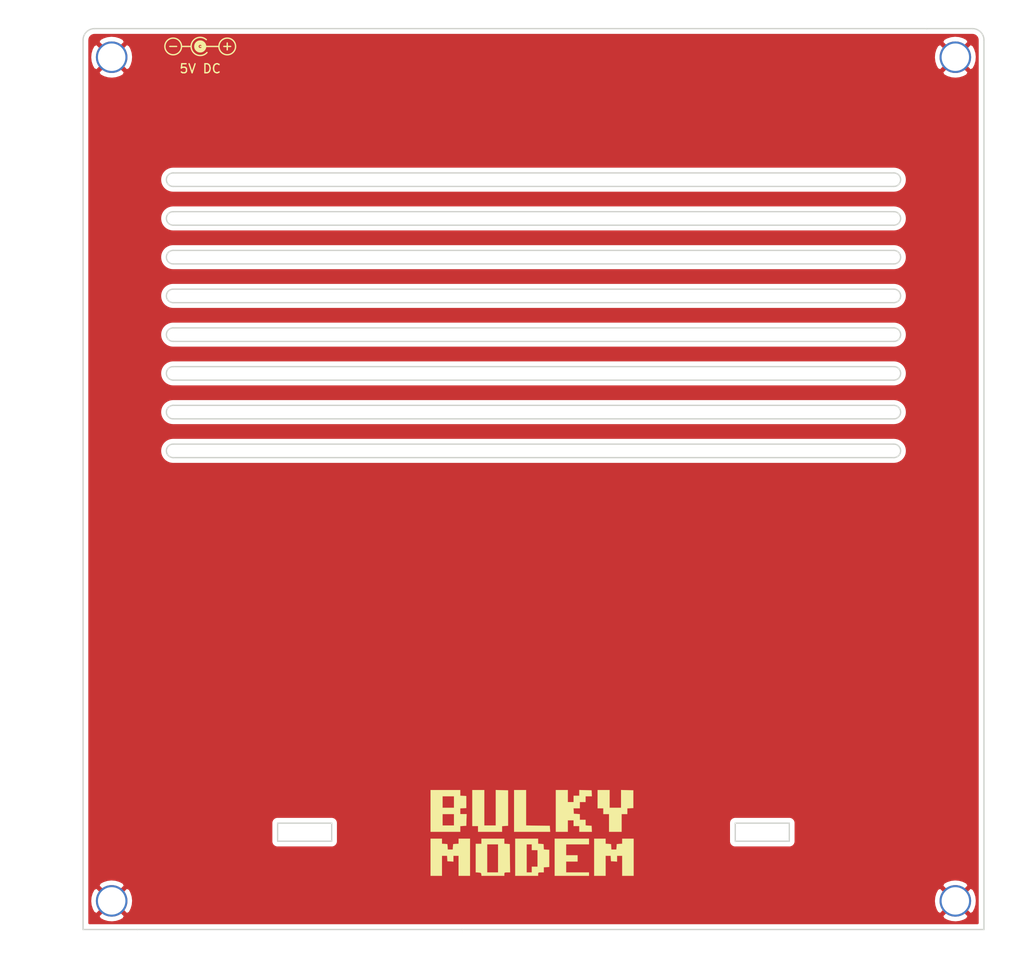
<source format=kicad_pcb>
(kicad_pcb (version 20171130) (host pcbnew "(5.1.8)-1")

  (general
    (thickness 1.6)
    (drawings 50)
    (tracks 0)
    (zones 0)
    (modules 6)
    (nets 2)
  )

  (page A4)
  (layers
    (0 F.Cu signal)
    (31 B.Cu signal)
    (32 B.Adhes user)
    (33 F.Adhes user)
    (34 B.Paste user)
    (35 F.Paste user)
    (36 B.SilkS user)
    (37 F.SilkS user)
    (38 B.Mask user)
    (39 F.Mask user)
    (40 Dwgs.User user)
    (41 Cmts.User user)
    (42 Eco1.User user)
    (43 Eco2.User user)
    (44 Edge.Cuts user)
    (45 Margin user)
    (46 B.CrtYd user)
    (47 F.CrtYd user)
    (48 B.Fab user)
    (49 F.Fab user)
  )

  (setup
    (last_trace_width 0.25)
    (user_trace_width 0.381)
    (trace_clearance 0.2)
    (zone_clearance 0.508)
    (zone_45_only no)
    (trace_min 0.2)
    (via_size 0.6)
    (via_drill 0.4)
    (via_min_size 0.4)
    (via_min_drill 0.3)
    (user_via 1 0.4)
    (uvia_size 0.3)
    (uvia_drill 0.1)
    (uvias_allowed no)
    (uvia_min_size 0.2)
    (uvia_min_drill 0.1)
    (edge_width 0.15)
    (segment_width 0.2)
    (pcb_text_width 0.3)
    (pcb_text_size 1.5 1.5)
    (mod_edge_width 0.15)
    (mod_text_size 1 1)
    (mod_text_width 0.15)
    (pad_size 1.524 1.524)
    (pad_drill 0.762)
    (pad_to_mask_clearance 0)
    (aux_axis_origin 0 0)
    (visible_elements 7FFFFFFF)
    (pcbplotparams
      (layerselection 0x011fc_ffffffff)
      (usegerberextensions true)
      (usegerberattributes false)
      (usegerberadvancedattributes false)
      (creategerberjobfile false)
      (excludeedgelayer true)
      (linewidth 0.100000)
      (plotframeref false)
      (viasonmask false)
      (mode 1)
      (useauxorigin false)
      (hpglpennumber 1)
      (hpglpenspeed 20)
      (hpglpendiameter 15.000000)
      (psnegative false)
      (psa4output false)
      (plotreference true)
      (plotvalue true)
      (plotinvisibletext false)
      (padsonsilk false)
      (subtractmaskfromsilk false)
      (outputformat 1)
      (mirror false)
      (drillshape 0)
      (scaleselection 1)
      (outputdirectory "export/"))
  )

  (net 0 "")
  (net 1 "Net-(M1-Pad1)")

  (net_class Default "This is the default net class."
    (clearance 0.2)
    (trace_width 0.25)
    (via_dia 0.6)
    (via_drill 0.4)
    (uvia_dia 0.3)
    (uvia_drill 0.1)
    (add_net "Net-(M1-Pad1)")
  )

  (net_class Power ""
    (clearance 0.381)
    (trace_width 0.381)
    (via_dia 1)
    (via_drill 0.4)
    (uvia_dia 0.3)
    (uvia_drill 0.1)
  )

  (module artwork:BulkyModem (layer F.Cu) (tedit 0) (tstamp 64351112)
    (at 120.18 143.891)
    (fp_text reference G*** (at 0 0) (layer F.SilkS) hide
      (effects (font (size 1.524 1.524) (thickness 0.3)))
    )
    (fp_text value LOGO (at 0.75 0) (layer F.SilkS) hide
      (effects (font (size 1.524 1.524) (thickness 0.3)))
    )
    (fp_poly (pts (xy -10.16 0.91727) (xy -10.160001 1.199541) (xy -9.858375 1.218895) (xy -9.55675 1.23825)
      (xy -9.518042 1.8415) (xy -9.23925 1.8415) (xy -8.960459 1.841499) (xy -8.941105 1.539875)
      (xy -8.92175 1.23825) (xy -8.620125 1.218895) (xy -8.3185 1.199541) (xy -8.3185 0.635)
      (xy -7.0485 0.635) (xy -7.0485 4.7625) (xy -8.3185 4.7625) (xy -8.3185 2.54)
      (xy -8.89 2.54) (xy -8.89 3.181636) (xy -9.55675 3.14325) (xy -9.576105 2.841625)
      (xy -9.595459 2.54) (xy -10.16 2.54) (xy -10.16 4.7625) (xy -11.43 4.7625)
      (xy -11.43 0.635) (xy -10.16 0.635) (xy -10.16 0.91727)) (layer F.SilkS) (width 0.01))
    (fp_poly (pts (xy -3.2385 1.199541) (xy -2.936875 1.218895) (xy -2.63525 1.23825) (xy -2.601282 4.3815)
      (xy -2.919891 4.3815) (xy -3.108261 4.385622) (xy -3.202347 4.411026) (xy -3.234854 4.477267)
      (xy -3.2385 4.572) (xy -3.2385 4.7625) (xy -5.770065 4.7625) (xy -5.790158 4.587875)
      (xy -5.814419 4.481041) (xy -5.878841 4.42586) (xy -6.019147 4.400792) (xy -6.111875 4.393895)
      (xy -6.4135 4.374541) (xy -6.4135 1.27) (xy -5.1435 1.27) (xy -5.1435 4.3815)
      (xy -3.937 4.3815) (xy -3.937 1.27) (xy -5.1435 1.27) (xy -6.4135 1.27)
      (xy -6.4135 1.2065) (xy -5.7785 1.2065) (xy -5.7785 0.635) (xy -3.2385 0.635)
      (xy -3.2385 1.199541)) (layer F.SilkS) (width 0.01))
    (fp_poly (pts (xy 0.508 1.199541) (xy 0.809625 1.218895) (xy 1.11125 1.23825) (xy 1.130467 1.536532)
      (xy 1.149685 1.834814) (xy 1.447967 1.854032) (xy 1.74625 1.87325) (xy 1.74625 3.77825)
      (xy 1.143 3.816958) (xy 1.143 4.3815) (xy 0.8255 4.3815) (xy 0.637547 4.385661)
      (xy 0.543822 4.411252) (xy 0.511565 4.477926) (xy 0.508 4.572) (xy 0.508 4.7625)
      (xy -2.032 4.7625) (xy -2.032 1.27) (xy -0.762 1.27) (xy -0.762 4.3815)
      (xy -0.1905 4.3815) (xy -0.1905 3.7465) (xy 0.4445 3.7465) (xy 0.4445 1.905)
      (xy -0.1905 1.905) (xy -0.1905 1.27) (xy -0.762 1.27) (xy -2.032 1.27)
      (xy -2.032 0.635) (xy 0.508 0.635) (xy 0.508 1.199541)) (layer F.SilkS) (width 0.01))
    (fp_poly (pts (xy 6.1595 1.27) (xy 3.6195 1.27) (xy 3.6195 2.4765) (xy 4.8895 2.4765)
      (xy 4.8895 3.175) (xy 3.6195 3.175) (xy 3.6195 4.3815) (xy 6.1595 4.3815)
      (xy 6.1595 4.7625) (xy 2.3495 4.7625) (xy 2.3495 0.635) (xy 6.1595 0.635)
      (xy 6.1595 1.27)) (layer F.SilkS) (width 0.01))
    (fp_poly (pts (xy 8.001 1.199541) (xy 8.302625 1.218895) (xy 8.60425 1.23825) (xy 8.642958 1.8415)
      (xy 8.92175 1.8415) (xy 9.200541 1.841499) (xy 9.219895 1.539875) (xy 9.23925 1.23825)
      (xy 9.540875 1.218895) (xy 9.8425 1.199541) (xy 9.8425 0.635) (xy 11.1125 0.635)
      (xy 11.1125 4.7625) (xy 9.8425 4.7625) (xy 9.8425 2.54) (xy 9.271 2.54)
      (xy 9.271 3.181636) (xy 8.60425 3.14325) (xy 8.584895 2.841625) (xy 8.565541 2.54)
      (xy 8.001 2.54) (xy 8.001 4.7625) (xy 6.731 4.7625) (xy 6.731 0.635)
      (xy 8.001 0.635) (xy 8.001 1.199541)) (layer F.SilkS) (width 0.01))
    (fp_poly (pts (xy -8.128 -4.448319) (xy -8.128001 -4.134137) (xy -7.794625 -4.114944) (xy -7.46125 -4.09575)
      (xy -7.46125 -2.76225) (xy -8.128 -2.723864) (xy -8.128 -2.0955) (xy -7.425058 -2.0955)
      (xy -7.46125 -0.79375) (xy -8.128 -0.755364) (xy -8.128 -0.127) (xy -11.43 -0.127)
      (xy -11.43 -2.0955) (xy -10.0965 -2.0955) (xy -10.0965 -0.8255) (xy -8.8265 -0.8255)
      (xy -8.8265 -2.0955) (xy -10.0965 -2.0955) (xy -11.43 -2.0955) (xy -11.43 -4.064)
      (xy -10.0965 -4.064) (xy -10.0965 -2.794) (xy -8.8265 -2.794) (xy -8.8265 -4.064)
      (xy -10.0965 -4.064) (xy -11.43 -4.064) (xy -11.43 -4.7625) (xy -8.128 -4.7625)
      (xy -8.128 -4.448319)) (layer F.SilkS) (width 0.01))
    (fp_poly (pts (xy -3.508375 -4.748774) (xy -2.82575 -4.73075) (xy -2.82575 -0.79375) (xy -3.4925 -0.755364)
      (xy -3.4925 -0.127) (xy -6.1595 -0.127) (xy -6.1595 -0.762) (xy -6.7945 -0.762)
      (xy -6.7945 -4.7625) (xy -5.461 -4.7625) (xy -5.461 -0.8255) (xy -4.191 -0.8255)
      (xy -4.191 -4.766796) (xy -3.508375 -4.748774)) (layer F.SilkS) (width 0.01))
    (fp_poly (pts (xy -0.8255 -0.828077) (xy 0.492125 -0.810914) (xy 1.80975 -0.79375) (xy 1.848136 -0.127)
      (xy -2.159 -0.127) (xy -2.159 -4.7625) (xy -0.8255 -4.7625) (xy -0.8255 -0.828077)) (layer F.SilkS) (width 0.01))
    (fp_poly (pts (xy 5.762625 -4.748774) (xy 6.44525 -4.73075) (xy 6.483636 -4.064) (xy 5.7785 -4.064)
      (xy 5.7785 -3.429) (xy 5.1435 -3.429) (xy 5.1435 -2.7305) (xy 4.79077 -2.730501)
      (xy 4.438041 -2.730501) (xy 4.457395 -2.428875) (xy 4.47675 -2.12725) (xy 5.1435 -2.088864)
      (xy 5.1435 -1.4605) (xy 5.7785 -1.4605) (xy 5.7785 -0.832137) (xy 6.111875 -0.812944)
      (xy 6.44525 -0.79375) (xy 6.483636 -0.127) (xy 5.08 -0.127) (xy 5.08 -0.762)
      (xy 4.445 -0.762) (xy 4.445 -1.397) (xy 3.81 -1.397) (xy 3.81 -0.127)
      (xy 2.4765 -0.127) (xy 2.4765 -4.7625) (xy 3.81 -4.7625) (xy 3.81 -3.429)
      (xy 4.445 -3.429) (xy 4.445 -4.1275) (xy 5.08 -4.1275) (xy 5.08 -4.766796)
      (xy 5.762625 -4.748774)) (layer F.SilkS) (width 0.01))
    (fp_poly (pts (xy 10.398125 -4.748774) (xy 11.08075 -4.73075) (xy 11.08075 -2.76225) (xy 10.414 -2.723864)
      (xy 10.414 -2.0955) (xy 9.779 -2.0955) (xy 9.779 -0.127) (xy 8.382 -0.127)
      (xy 8.382 -2.0955) (xy 7.747 -2.0955) (xy 7.747 -2.7305) (xy 7.112 -2.7305)
      (xy 7.112 -4.7625) (xy 8.4455 -4.7625) (xy 8.4455 -2.794) (xy 9.7155 -2.794)
      (xy 9.7155 -4.766796) (xy 10.398125 -4.748774)) (layer F.SilkS) (width 0.01))
  )

  (module BulkyModem:PWR_Specification_Single locked (layer F.Cu) (tedit 641BA229) (tstamp 6201EBE7)
    (at 83.185 56.515)
    (descr "Barrel connector polarity indicator")
    (tags "barrel polarity")
    (attr virtual)
    (fp_text reference REF** (at 0 -2) (layer F.SilkS) hide
      (effects (font (size 1 1) (thickness 0.15)))
    )
    (fp_text value PWR_Spec (at 0 2) (layer F.Fab)
      (effects (font (size 1 1) (thickness 0.15)))
    )
    (fp_text user - (at -3 0) (layer F.SilkS)
      (effects (font (size 1 1) (thickness 0.15)))
    )
    (fp_text user + (at 3 0) (layer F.SilkS)
      (effects (font (size 1 1) (thickness 0.15)))
    )
    (fp_arc (start 0 0.075) (end 0.75 0.75) (angle 270) (layer F.SilkS) (width 0.15))
    (fp_circle (center 0 0.075) (end 0 0.25) (layer F.SilkS) (width 0.5))
    (fp_circle (center 3 0.075) (end 3 1) (layer F.SilkS) (width 0.15))
    (fp_circle (center -3 0.075) (end -3 1) (layer F.SilkS) (width 0.15))
    (fp_line (start -2 0.075) (end -1.1 0.075) (layer F.SilkS) (width 0.15))
    (fp_line (start 0 0.075) (end 2 0.075) (layer F.SilkS) (width 0.15))
  )

  (module mounting:M3_pin locked (layer F.Cu) (tedit 5F76331A) (tstamp 6201AC34)
    (at 73.355 151.435)
    (descr "module 1 pin (ou trou mecanique de percage)")
    (tags DEV)
    (path /5E3B603D)
    (fp_text reference M1 (at 0 -3.048) (layer F.Fab) hide
      (effects (font (size 1 1) (thickness 0.15)))
    )
    (fp_text value Mounting (at 0 3) (layer F.Fab) hide
      (effects (font (size 1 1) (thickness 0.15)))
    )
    (fp_circle (center 0 0) (end 2.6 0) (layer F.CrtYd) (width 0.05))
    (fp_circle (center 0 0) (end 2 0.8) (layer F.Fab) (width 0.1))
    (pad 1 thru_hole circle (at 0 0) (size 3.5 3.5) (drill 3.048) (layers *.Cu *.Mask)
      (net 1 "Net-(M1-Pad1)") (solder_mask_margin 0.8))
  )

  (module mounting:M3_pin locked (layer F.Cu) (tedit 5F76331A) (tstamp 6201AC3A)
    (at 167.005 151.435)
    (descr "module 1 pin (ou trou mecanique de percage)")
    (tags DEV)
    (path /61F083B7)
    (fp_text reference M2 (at 0 -3.048) (layer F.Fab) hide
      (effects (font (size 1 1) (thickness 0.15)))
    )
    (fp_text value Mounting (at 0 3) (layer F.Fab) hide
      (effects (font (size 1 1) (thickness 0.15)))
    )
    (fp_circle (center 0 0) (end 2 0.8) (layer F.Fab) (width 0.1))
    (fp_circle (center 0 0) (end 2.6 0) (layer F.CrtYd) (width 0.05))
    (pad 1 thru_hole circle (at 0 0) (size 3.5 3.5) (drill 3.048) (layers *.Cu *.Mask)
      (net 1 "Net-(M1-Pad1)") (solder_mask_margin 0.8))
  )

  (module mounting:M3_pin (layer F.Cu) (tedit 5F76331A) (tstamp 6201AC40)
    (at 167.005 57.785)
    (descr "module 1 pin (ou trou mecanique de percage)")
    (tags DEV)
    (path /5E3B605A)
    (fp_text reference M3 (at 0 -3.048) (layer F.Fab) hide
      (effects (font (size 1 1) (thickness 0.15)))
    )
    (fp_text value Mounting (at 0 3) (layer F.Fab) hide
      (effects (font (size 1 1) (thickness 0.15)))
    )
    (fp_circle (center 0 0) (end 2.6 0) (layer F.CrtYd) (width 0.05))
    (fp_circle (center 0 0) (end 2 0.8) (layer F.Fab) (width 0.1))
    (pad 1 thru_hole circle (at 0 0) (size 3.5 3.5) (drill 3.048) (layers *.Cu *.Mask)
      (net 1 "Net-(M1-Pad1)") (solder_mask_margin 0.8))
  )

  (module mounting:M3_pin locked (layer F.Cu) (tedit 5F76331A) (tstamp 6201AC46)
    (at 73.355 57.785)
    (descr "module 1 pin (ou trou mecanique de percage)")
    (tags DEV)
    (path /61F083B9)
    (fp_text reference M4 (at 0 -3.048) (layer F.Fab) hide
      (effects (font (size 1 1) (thickness 0.15)))
    )
    (fp_text value Mounting (at 0 3) (layer F.Fab) hide
      (effects (font (size 1 1) (thickness 0.15)))
    )
    (fp_circle (center 0 0) (end 2 0.8) (layer F.Fab) (width 0.1))
    (fp_circle (center 0 0) (end 2.6 0) (layer F.CrtYd) (width 0.05))
    (pad 1 thru_hole circle (at 0 0) (size 3.5 3.5) (drill 3.048) (layers *.Cu *.Mask)
      (net 1 "Net-(M1-Pad1)") (solder_mask_margin 0.8))
  )

  (gr_arc (start 160.18 84.28) (end 160.18 85.03) (angle -180) (layer Edge.Cuts) (width 0.15) (tstamp 6434AD2C))
  (gr_arc (start 160.18 88.58) (end 160.18 89.33) (angle -180) (layer Edge.Cuts) (width 0.15) (tstamp 6434AD2B))
  (gr_arc (start 80.18 84.28) (end 80.18 83.53) (angle -180) (layer Edge.Cuts) (width 0.15) (tstamp 6434AD2A))
  (gr_arc (start 160.18 71.38) (end 160.18 72.13) (angle -180) (layer Edge.Cuts) (width 0.15) (tstamp 6434AD29))
  (gr_arc (start 160.18 75.68) (end 160.18 76.43) (angle -180) (layer Edge.Cuts) (width 0.15) (tstamp 6434AD28))
  (gr_line (start 80.18 79.23) (end 160.18 79.23) (angle 90) (layer Edge.Cuts) (width 0.15) (tstamp 6434AD27))
  (gr_line (start 80.18 70.63) (end 160.18 70.63) (angle 90) (layer Edge.Cuts) (width 0.15) (tstamp 6434AD26))
  (gr_arc (start 160.18 92.88) (end 160.18 93.63) (angle -180) (layer Edge.Cuts) (width 0.15) (tstamp 6434AD25))
  (gr_line (start 80.18 93.63) (end 160.18 93.63) (angle 90) (layer Edge.Cuts) (width 0.15) (tstamp 6434AD24))
  (gr_line (start 80.18 72.13) (end 160.18 72.13) (angle 90) (layer Edge.Cuts) (width 0.15) (tstamp 6434AD23))
  (gr_line (start 80.18 89.33) (end 160.18 89.33) (angle 90) (layer Edge.Cuts) (width 0.15) (tstamp 6434AD22))
  (gr_line (start 80.18 85.03) (end 160.18 85.03) (angle 90) (layer Edge.Cuts) (width 0.15) (tstamp 6434AD21))
  (gr_arc (start 80.18 75.68) (end 80.18 74.93) (angle -180) (layer Edge.Cuts) (width 0.15) (tstamp 6434AD20))
  (gr_arc (start 80.18 79.98) (end 80.18 79.23) (angle -180) (layer Edge.Cuts) (width 0.15) (tstamp 6434AD1F))
  (gr_line (start 80.18 76.43) (end 160.18 76.43) (angle 90) (layer Edge.Cuts) (width 0.15) (tstamp 6434AD1E))
  (gr_arc (start 80.18 88.58) (end 80.18 87.83) (angle -180) (layer Edge.Cuts) (width 0.15) (tstamp 6434AD1D))
  (gr_line (start 80.18 83.53) (end 160.18 83.53) (angle 90) (layer Edge.Cuts) (width 0.15) (tstamp 6434AD1C))
  (gr_arc (start 160.18 79.98) (end 160.18 80.73) (angle -180) (layer Edge.Cuts) (width 0.15) (tstamp 6434AD1B))
  (gr_line (start 80.18 80.73) (end 160.18 80.73) (angle 90) (layer Edge.Cuts) (width 0.15) (tstamp 6434AD1A))
  (gr_arc (start 80.18 71.38) (end 80.18 70.63) (angle -180) (layer Edge.Cuts) (width 0.15) (tstamp 6434AD19))
  (gr_line (start 80.18 74.93) (end 160.18 74.93) (angle 90) (layer Edge.Cuts) (width 0.15) (tstamp 6434AD18))
  (gr_line (start 80.18 87.83) (end 160.18 87.83) (angle 90) (layer Edge.Cuts) (width 0.15) (tstamp 6434AD17))
  (gr_arc (start 160.18 101.48) (end 160.18 102.23) (angle -180) (layer Edge.Cuts) (width 0.15) (tstamp 6434AD16))
  (gr_line (start 80.18 92.13) (end 160.18 92.13) (angle 90) (layer Edge.Cuts) (width 0.15) (tstamp 6434AD15))
  (gr_line (start 80.18 97.93) (end 160.18 97.93) (angle 90) (layer Edge.Cuts) (width 0.15) (tstamp 6434AD14))
  (gr_line (start 80.18 100.73) (end 160.18 100.73) (angle 90) (layer Edge.Cuts) (width 0.15) (tstamp 6434AD13))
  (gr_arc (start 80.18 101.48) (end 80.18 100.73) (angle -180) (layer Edge.Cuts) (width 0.15) (tstamp 6434AD12))
  (gr_arc (start 80.18 97.18) (end 80.18 96.43) (angle -180) (layer Edge.Cuts) (width 0.15) (tstamp 6434AD11))
  (gr_line (start 80.18 102.23) (end 160.18 102.23) (angle 90) (layer Edge.Cuts) (width 0.15) (tstamp 6434AD10))
  (gr_arc (start 160.18 97.18) (end 160.18 97.93) (angle -180) (layer Edge.Cuts) (width 0.15) (tstamp 6434AD0F))
  (gr_arc (start 80.18 92.88) (end 80.18 92.13) (angle -180) (layer Edge.Cuts) (width 0.15) (tstamp 6434AD0E))
  (gr_line (start 80.18 96.43) (end 160.18 96.43) (angle 90) (layer Edge.Cuts) (width 0.15) (tstamp 6434AD0D))
  (gr_line (start 142.575 142.803) (end 148.575 142.803) (layer Edge.Cuts) (width 0.15) (tstamp 6286E34B))
  (gr_line (start 142.575 144.808) (end 142.575 142.803) (layer Edge.Cuts) (width 0.15) (tstamp 6286E34A))
  (gr_line (start 148.575 142.803) (end 148.575 144.808) (layer Edge.Cuts) (width 0.15) (tstamp 6286E349))
  (gr_line (start 142.575 144.808) (end 148.575 144.808) (layer Edge.Cuts) (width 0.15) (tstamp 6286E348))
  (gr_line (start 91.775 144.808) (end 91.775 142.803) (layer Edge.Cuts) (width 0.15) (tstamp 6286E25D))
  (gr_line (start 91.775 144.808) (end 97.775 144.808) (layer Edge.Cuts) (width 0.15))
  (gr_line (start 97.775 142.803) (end 97.775 144.808) (layer Edge.Cuts) (width 0.15))
  (gr_line (start 91.775 142.803) (end 97.775 142.803) (layer Edge.Cuts) (width 0.15))
  (gr_text "5V DC" (at 83.185 59.055) (layer F.SilkS)
    (effects (font (size 1 1) (thickness 0.15)))
  )
  (gr_line (start 112.268 154.61) (end 170.18 154.61) (layer Edge.Cuts) (width 0.15) (tstamp 61EF9B9F))
  (gr_line (start 112.268 154.61) (end 76.2 154.61) (layer Edge.Cuts) (width 0.15) (tstamp 61EF9B9C))
  (gr_line (start 163.83 54.61) (end 168.91 54.61) (layer Edge.Cuts) (width 0.15) (tstamp 5EED24ED))
  (gr_line (start 70.18 154.61) (end 76.2 154.61) (layer Edge.Cuts) (width 0.15) (tstamp 5EE92364))
  (gr_line (start 170.18 55.88) (end 170.18 154.61) (layer Edge.Cuts) (width 0.15) (tstamp 5EE9230F))
  (gr_line (start 70.18 154.61) (end 70.18 55.88) (layer Edge.Cuts) (width 0.15) (tstamp 5E634764))
  (gr_line (start 163.83 54.61) (end 71.45 54.61) (angle 90) (layer Edge.Cuts) (width 0.15))
  (gr_arc (start 71.45 55.88) (end 70.18 55.88) (angle 90) (layer Edge.Cuts) (width 0.15))
  (gr_arc (start 168.91 55.88) (end 168.91 54.61) (angle 90) (layer Edge.Cuts) (width 0.15))

  (zone (net 1) (net_name "Net-(M1-Pad1)") (layer F.Cu) (tstamp 0) (hatch edge 0.508)
    (connect_pads (clearance 0.508))
    (min_thickness 0.254)
    (fill yes (arc_segments 32) (thermal_gap 0.508) (thermal_bridge_width 0.508))
    (polygon
      (pts
        (xy 174.625 158.115) (xy 60.96 158.115) (xy 60.96 51.435) (xy 174.625 51.435)
      )
    )
    (filled_polygon
      (pts
        (xy 169.018109 55.334005) (xy 169.122101 55.365402) (xy 169.218014 55.416399) (xy 169.302194 55.485055) (xy 169.37144 55.568758)
        (xy 169.423105 55.664311) (xy 169.455227 55.768078) (xy 169.47 55.908641) (xy 169.470001 153.9) (xy 70.89 153.9)
        (xy 70.89 153.104609) (xy 71.864997 153.104609) (xy 72.051073 153.445766) (xy 72.468409 153.661513) (xy 72.919815 153.791696)
        (xy 73.387946 153.831313) (xy 73.854811 153.778842) (xy 74.302468 153.636297) (xy 74.658927 153.445766) (xy 74.845003 153.104609)
        (xy 165.514997 153.104609) (xy 165.701073 153.445766) (xy 166.118409 153.661513) (xy 166.569815 153.791696) (xy 167.037946 153.831313)
        (xy 167.504811 153.778842) (xy 167.952468 153.636297) (xy 168.308927 153.445766) (xy 168.495003 153.104609) (xy 167.005 151.614605)
        (xy 165.514997 153.104609) (xy 74.845003 153.104609) (xy 73.355 151.614605) (xy 71.864997 153.104609) (xy 70.89 153.104609)
        (xy 70.89 151.467946) (xy 70.958687 151.467946) (xy 71.011158 151.934811) (xy 71.153703 152.382468) (xy 71.344234 152.738927)
        (xy 71.685391 152.925003) (xy 73.175395 151.435) (xy 73.534605 151.435) (xy 75.024609 152.925003) (xy 75.365766 152.738927)
        (xy 75.581513 152.321591) (xy 75.711696 151.870185) (xy 75.745736 151.467946) (xy 164.608687 151.467946) (xy 164.661158 151.934811)
        (xy 164.803703 152.382468) (xy 164.994234 152.738927) (xy 165.335391 152.925003) (xy 166.825395 151.435) (xy 167.184605 151.435)
        (xy 168.674609 152.925003) (xy 169.015766 152.738927) (xy 169.231513 152.321591) (xy 169.361696 151.870185) (xy 169.401313 151.402054)
        (xy 169.348842 150.935189) (xy 169.206297 150.487532) (xy 169.015766 150.131073) (xy 168.674609 149.944997) (xy 167.184605 151.435)
        (xy 166.825395 151.435) (xy 165.335391 149.944997) (xy 164.994234 150.131073) (xy 164.778487 150.548409) (xy 164.648304 150.999815)
        (xy 164.608687 151.467946) (xy 75.745736 151.467946) (xy 75.751313 151.402054) (xy 75.698842 150.935189) (xy 75.556297 150.487532)
        (xy 75.365766 150.131073) (xy 75.024609 149.944997) (xy 73.534605 151.435) (xy 73.175395 151.435) (xy 71.685391 149.944997)
        (xy 71.344234 150.131073) (xy 71.128487 150.548409) (xy 70.998304 150.999815) (xy 70.958687 151.467946) (xy 70.89 151.467946)
        (xy 70.89 149.765391) (xy 71.864997 149.765391) (xy 73.355 151.255395) (xy 74.845003 149.765391) (xy 165.514997 149.765391)
        (xy 167.005 151.255395) (xy 168.495003 149.765391) (xy 168.308927 149.424234) (xy 167.891591 149.208487) (xy 167.440185 149.078304)
        (xy 166.972054 149.038687) (xy 166.505189 149.091158) (xy 166.057532 149.233703) (xy 165.701073 149.424234) (xy 165.514997 149.765391)
        (xy 74.845003 149.765391) (xy 74.658927 149.424234) (xy 74.241591 149.208487) (xy 73.790185 149.078304) (xy 73.322054 149.038687)
        (xy 72.855189 149.091158) (xy 72.407532 149.233703) (xy 72.051073 149.424234) (xy 71.864997 149.765391) (xy 70.89 149.765391)
        (xy 70.89 142.803) (xy 91.061565 142.803) (xy 91.065001 142.837887) (xy 91.065 144.773122) (xy 91.061565 144.808)
        (xy 91.075273 144.947184) (xy 91.115872 145.08102) (xy 91.1818 145.204363) (xy 91.270525 145.312475) (xy 91.378637 145.4012)
        (xy 91.50198 145.467128) (xy 91.635816 145.507727) (xy 91.775 145.521435) (xy 91.809877 145.518) (xy 97.740123 145.518)
        (xy 97.775 145.521435) (xy 97.809877 145.518) (xy 97.914184 145.507727) (xy 98.04802 145.467128) (xy 98.171363 145.4012)
        (xy 98.279475 145.312475) (xy 98.3682 145.204363) (xy 98.434128 145.08102) (xy 98.474727 144.947184) (xy 98.488435 144.808)
        (xy 98.485 144.773123) (xy 98.485 142.837877) (xy 98.488435 142.803) (xy 141.861565 142.803) (xy 141.865001 142.837887)
        (xy 141.865 144.773122) (xy 141.861565 144.808) (xy 141.875273 144.947184) (xy 141.915872 145.08102) (xy 141.9818 145.204363)
        (xy 142.070525 145.312475) (xy 142.178637 145.4012) (xy 142.30198 145.467128) (xy 142.435816 145.507727) (xy 142.575 145.521435)
        (xy 142.609877 145.518) (xy 148.540123 145.518) (xy 148.575 145.521435) (xy 148.609877 145.518) (xy 148.714184 145.507727)
        (xy 148.84802 145.467128) (xy 148.971363 145.4012) (xy 149.079475 145.312475) (xy 149.1682 145.204363) (xy 149.234128 145.08102)
        (xy 149.274727 144.947184) (xy 149.288435 144.808) (xy 149.285 144.773123) (xy 149.285 142.837877) (xy 149.288435 142.803)
        (xy 149.274727 142.663816) (xy 149.234128 142.52998) (xy 149.1682 142.406637) (xy 149.079475 142.298525) (xy 148.971363 142.2098)
        (xy 148.84802 142.143872) (xy 148.714184 142.103273) (xy 148.609877 142.093) (xy 148.575 142.089565) (xy 148.540123 142.093)
        (xy 142.609877 142.093) (xy 142.575 142.089565) (xy 142.540123 142.093) (xy 142.435816 142.103273) (xy 142.30198 142.143872)
        (xy 142.178637 142.2098) (xy 142.070525 142.298525) (xy 141.9818 142.406637) (xy 141.915872 142.52998) (xy 141.875273 142.663816)
        (xy 141.861565 142.803) (xy 98.488435 142.803) (xy 98.474727 142.663816) (xy 98.434128 142.52998) (xy 98.3682 142.406637)
        (xy 98.279475 142.298525) (xy 98.171363 142.2098) (xy 98.04802 142.143872) (xy 97.914184 142.103273) (xy 97.809877 142.093)
        (xy 97.775 142.089565) (xy 97.740123 142.093) (xy 91.809877 142.093) (xy 91.775 142.089565) (xy 91.740123 142.093)
        (xy 91.635816 142.103273) (xy 91.50198 142.143872) (xy 91.378637 142.2098) (xy 91.270525 142.298525) (xy 91.1818 142.406637)
        (xy 91.115872 142.52998) (xy 91.075273 142.663816) (xy 91.061565 142.803) (xy 70.89 142.803) (xy 70.89 101.420883)
        (xy 78.72294 101.420883) (xy 78.723389 101.485236) (xy 78.72294 101.549589) (xy 78.723908 101.559455) (xy 78.739209 101.705027)
        (xy 78.752146 101.768049) (xy 78.764206 101.831269) (xy 78.767071 101.840759) (xy 78.810355 101.980588) (xy 78.835279 102.039879)
        (xy 78.859398 102.099577) (xy 78.864052 102.108329) (xy 78.933671 102.237087) (xy 78.969634 102.290404) (xy 79.004891 102.344283)
        (xy 79.011157 102.351965) (xy 79.104459 102.464749) (xy 79.150096 102.510068) (xy 79.195144 102.55607) (xy 79.202783 102.562388)
        (xy 79.316215 102.654901) (xy 79.369806 102.690507) (xy 79.42291 102.726868) (xy 79.43163 102.731583) (xy 79.560871 102.800302)
        (xy 79.620334 102.824811) (xy 79.679518 102.850177) (xy 79.688988 102.853108) (xy 79.829115 102.895414) (xy 79.892249 102.907914)
        (xy 79.95518 102.921291) (xy 79.965038 102.922327) (xy 79.96504 102.922327) (xy 79.965044 102.922328) (xy 79.965048 102.922328)
        (xy 80.110208 102.936561) (xy 80.145123 102.94) (xy 160.214877 102.94) (xy 160.250018 102.936539) (xy 160.259755 102.936539)
        (xy 160.269614 102.935502) (xy 160.415076 102.919186) (xy 160.477988 102.905814) (xy 160.541147 102.893308) (xy 160.550611 102.890378)
        (xy 160.550615 102.890377) (xy 160.550618 102.890376) (xy 160.690139 102.846117) (xy 160.749277 102.820771) (xy 160.808783 102.796244)
        (xy 160.817503 102.791529) (xy 160.945772 102.721012) (xy 160.998858 102.684663) (xy 161.052462 102.649049) (xy 161.060101 102.64273)
        (xy 161.172231 102.548642) (xy 161.217246 102.502675) (xy 161.262923 102.457315) (xy 161.269179 102.449643) (xy 161.269182 102.44964)
        (xy 161.269184 102.449637) (xy 161.269188 102.449632) (xy 161.360907 102.335556) (xy 161.39613 102.281728) (xy 161.432123 102.228367)
        (xy 161.436776 102.219614) (xy 161.504591 102.089898) (xy 161.528685 102.030264) (xy 161.553637 101.970905) (xy 161.556502 101.961415)
        (xy 161.597829 101.820996) (xy 161.609888 101.757778) (xy 161.622825 101.694754) (xy 161.623793 101.684889) (xy 161.63706 101.539117)
        (xy 161.636611 101.474764) (xy 161.63706 101.410411) (xy 161.636092 101.400545) (xy 161.620791 101.254973) (xy 161.607854 101.191951)
        (xy 161.595794 101.128731) (xy 161.592929 101.119241) (xy 161.549645 100.979412) (xy 161.524716 100.920109) (xy 161.500602 100.860423)
        (xy 161.495948 100.85167) (xy 161.426329 100.722913) (xy 161.390366 100.669596) (xy 161.355109 100.615717) (xy 161.348843 100.608035)
        (xy 161.255541 100.495252) (xy 161.209888 100.449916) (xy 161.164855 100.40393) (xy 161.157217 100.397611) (xy 161.043785 100.305099)
        (xy 160.990227 100.269515) (xy 160.937091 100.233132) (xy 160.92837 100.228417) (xy 160.799129 100.159698) (xy 160.739666 100.135189)
        (xy 160.680482 100.109823) (xy 160.671012 100.106892) (xy 160.530885 100.064586) (xy 160.467759 100.052087) (xy 160.404821 100.038709)
        (xy 160.394962 100.037673) (xy 160.39496 100.037673) (xy 160.394956 100.037672) (xy 160.394952 100.037672) (xy 160.249567 100.023417)
        (xy 160.214877 100.02) (xy 80.145123 100.02) (xy 80.109982 100.023461) (xy 80.100245 100.023461) (xy 80.090386 100.024498)
        (xy 79.944924 100.040814) (xy 79.882012 100.054186) (xy 79.818853 100.066692) (xy 79.809392 100.069621) (xy 79.809385 100.069623)
        (xy 79.809379 100.069626) (xy 79.669861 100.113883) (xy 79.610723 100.139229) (xy 79.551217 100.163756) (xy 79.542497 100.168471)
        (xy 79.414228 100.238988) (xy 79.361158 100.275327) (xy 79.307538 100.310951) (xy 79.2999 100.31727) (xy 79.187769 100.411357)
        (xy 79.142735 100.457344) (xy 79.097077 100.502685) (xy 79.090812 100.510367) (xy 78.999094 100.624444) (xy 78.963878 100.67826)
        (xy 78.927877 100.731633) (xy 78.923224 100.740385) (xy 78.92322 100.740392) (xy 78.923217 100.740399) (xy 78.855409 100.870103)
        (xy 78.831316 100.929734) (xy 78.806363 100.989095) (xy 78.803498 100.998585) (xy 78.762171 101.139004) (xy 78.750111 101.202229)
        (xy 78.737175 101.265246) (xy 78.736207 101.275112) (xy 78.72294 101.420883) (xy 70.89 101.420883) (xy 70.89 97.120883)
        (xy 78.72294 97.120883) (xy 78.723389 97.185236) (xy 78.72294 97.249589) (xy 78.723908 97.259455) (xy 78.739209 97.405027)
        (xy 78.752146 97.468049) (xy 78.764206 97.531269) (xy 78.767071 97.540759) (xy 78.810355 97.680588) (xy 78.835279 97.739879)
        (xy 78.859398 97.799577) (xy 78.864052 97.808329) (xy 78.933671 97.937087) (xy 78.969634 97.990404) (xy 79.004891 98.044283)
        (xy 79.011157 98.051965) (xy 79.104459 98.164749) (xy 79.150096 98.210068) (xy 79.195144 98.25607) (xy 79.202783 98.262388)
        (xy 79.316215 98.354901) (xy 79.369806 98.390507) (xy 79.42291 98.426868) (xy 79.43163 98.431583) (xy 79.560871 98.500302)
        (xy 79.620334 98.524811) (xy 79.679518 98.550177) (xy 79.688988 98.553108) (xy 79.829115 98.595414) (xy 79.892249 98.607914)
        (xy 79.95518 98.621291) (xy 79.965038 98.622327) (xy 79.96504 98.622327) (xy 79.965044 98.622328) (xy 79.965048 98.622328)
        (xy 80.110208 98.636561) (xy 80.145123 98.64) (xy 160.214877 98.64) (xy 160.250018 98.636539) (xy 160.259755 98.636539)
        (xy 160.269614 98.635502) (xy 160.415076 98.619186) (xy 160.477988 98.605814) (xy 160.541147 98.593308) (xy 160.550611 98.590378)
        (xy 160.550615 98.590377) (xy 160.550618 98.590376) (xy 160.690139 98.546117) (xy 160.749277 98.520771) (xy 160.808783 98.496244)
        (xy 160.817503 98.491529) (xy 160.945772 98.421012) (xy 160.998858 98.384663) (xy 161.052462 98.349049) (xy 161.060101 98.34273)
        (xy 161.172231 98.248642) (xy 161.217246 98.202675) (xy 161.262923 98.157315) (xy 161.269179 98.149643) (xy 161.269182 98.14964)
        (xy 161.269184 98.149637) (xy 161.269188 98.149632) (xy 161.360907 98.035556) (xy 161.39613 97.981728) (xy 161.432123 97.928367)
        (xy 161.436776 97.919614) (xy 161.504591 97.789898) (xy 161.528685 97.730264) (xy 161.553637 97.670905) (xy 161.556502 97.661415)
        (xy 161.597829 97.520996) (xy 161.609888 97.457778) (xy 161.622825 97.394754) (xy 161.623793 97.384889) (xy 161.63706 97.239117)
        (xy 161.636611 97.174764) (xy 161.63706 97.110411) (xy 161.636092 97.100545) (xy 161.620791 96.954973) (xy 161.607854 96.891951)
        (xy 161.595794 96.828731) (xy 161.592929 96.819241) (xy 161.549645 96.679412) (xy 161.524716 96.620109) (xy 161.500602 96.560423)
        (xy 161.495948 96.55167) (xy 161.426329 96.422913) (xy 161.390366 96.369596) (xy 161.355109 96.315717) (xy 161.348843 96.308035)
        (xy 161.255541 96.195252) (xy 161.209888 96.149916) (xy 161.164855 96.10393) (xy 161.157217 96.097611) (xy 161.043785 96.005099)
        (xy 160.990227 95.969515) (xy 160.937091 95.933132) (xy 160.92837 95.928417) (xy 160.799129 95.859698) (xy 160.739666 95.835189)
        (xy 160.680482 95.809823) (xy 160.671012 95.806892) (xy 160.530885 95.764586) (xy 160.467759 95.752087) (xy 160.404821 95.738709)
        (xy 160.394962 95.737673) (xy 160.39496 95.737673) (xy 160.394956 95.737672) (xy 160.394952 95.737672) (xy 160.249567 95.723417)
        (xy 160.214877 95.72) (xy 80.145123 95.72) (xy 80.109982 95.723461) (xy 80.100245 95.723461) (xy 80.090386 95.724498)
        (xy 79.944924 95.740814) (xy 79.882012 95.754186) (xy 79.818853 95.766692) (xy 79.809392 95.769621) (xy 79.809385 95.769623)
        (xy 79.809379 95.769626) (xy 79.669861 95.813883) (xy 79.610723 95.839229) (xy 79.551217 95.863756) (xy 79.542497 95.868471)
        (xy 79.414228 95.938988) (xy 79.361158 95.975327) (xy 79.307538 96.010951) (xy 79.2999 96.01727) (xy 79.187769 96.111357)
        (xy 79.142735 96.157344) (xy 79.097077 96.202685) (xy 79.090812 96.210367) (xy 78.999094 96.324444) (xy 78.963878 96.37826)
        (xy 78.927877 96.431633) (xy 78.923224 96.440385) (xy 78.92322 96.440392) (xy 78.923217 96.440399) (xy 78.855409 96.570103)
        (xy 78.831316 96.629734) (xy 78.806363 96.689095) (xy 78.803498 96.698585) (xy 78.762171 96.839004) (xy 78.750111 96.902229)
        (xy 78.737175 96.965246) (xy 78.736207 96.975112) (xy 78.72294 97.120883) (xy 70.89 97.120883) (xy 70.89 92.820883)
        (xy 78.72294 92.820883) (xy 78.723389 92.885236) (xy 78.72294 92.949589) (xy 78.723908 92.959455) (xy 78.739209 93.105027)
        (xy 78.752146 93.168049) (xy 78.764206 93.231269) (xy 78.767071 93.240759) (xy 78.810355 93.380588) (xy 78.835279 93.439879)
        (xy 78.859398 93.499577) (xy 78.864052 93.508329) (xy 78.933671 93.637087) (xy 78.969634 93.690404) (xy 79.004891 93.744283)
        (xy 79.011157 93.751965) (xy 79.104459 93.864749) (xy 79.150096 93.910068) (xy 79.195144 93.95607) (xy 79.202783 93.962388)
        (xy 79.316215 94.054901) (xy 79.369806 94.090507) (xy 79.42291 94.126868) (xy 79.43163 94.131583) (xy 79.560871 94.200302)
        (xy 79.620334 94.224811) (xy 79.679518 94.250177) (xy 79.688988 94.253108) (xy 79.829115 94.295414) (xy 79.892249 94.307914)
        (xy 79.95518 94.321291) (xy 79.965038 94.322327) (xy 79.96504 94.322327) (xy 79.965044 94.322328) (xy 79.965048 94.322328)
        (xy 80.110208 94.336561) (xy 80.145123 94.34) (xy 160.214877 94.34) (xy 160.250018 94.336539) (xy 160.259755 94.336539)
        (xy 160.269614 94.335502) (xy 160.415076 94.319186) (xy 160.477988 94.305814) (xy 160.541147 94.293308) (xy 160.550611 94.290378)
        (xy 160.550615 94.290377) (xy 160.550618 94.290376) (xy 160.690139 94.246117) (xy 160.749277 94.220771) (xy 160.808783 94.196244)
        (xy 160.817503 94.191529) (xy 160.945772 94.121012) (xy 160.998858 94.084663) (xy 161.052462 94.049049) (xy 161.060101 94.04273)
        (xy 161.172231 93.948642) (xy 161.217246 93.902675) (xy 161.262923 93.857315) (xy 161.269179 93.849643) (xy 161.269182 93.84964)
        (xy 161.269184 93.849637) (xy 161.269188 93.849632) (xy 161.360907 93.735556) (xy 161.39613 93.681728) (xy 161.432123 93.628367)
        (xy 161.436776 93.619614) (xy 161.504591 93.489898) (xy 161.528685 93.430264) (xy 161.553637 93.370905) (xy 161.556502 93.361415)
        (xy 161.597829 93.220996) (xy 161.609888 93.157778) (xy 161.622825 93.094754) (xy 161.623793 93.084889) (xy 161.63706 92.939117)
        (xy 161.636611 92.874764) (xy 161.63706 92.810411) (xy 161.636092 92.800545) (xy 161.620791 92.654973) (xy 161.607854 92.591951)
        (xy 161.595794 92.528731) (xy 161.592929 92.519241) (xy 161.549645 92.379412) (xy 161.524716 92.320109) (xy 161.500602 92.260423)
        (xy 161.495948 92.25167) (xy 161.426329 92.122913) (xy 161.390366 92.069596) (xy 161.355109 92.015717) (xy 161.348843 92.008035)
        (xy 161.255541 91.895252) (xy 161.209888 91.849916) (xy 161.164855 91.80393) (xy 161.157217 91.797611) (xy 161.043785 91.705099)
        (xy 160.990227 91.669515) (xy 160.937091 91.633132) (xy 160.92837 91.628417) (xy 160.799129 91.559698) (xy 160.739666 91.535189)
        (xy 160.680482 91.509823) (xy 160.671012 91.506892) (xy 160.530885 91.464586) (xy 160.467759 91.452087) (xy 160.404821 91.438709)
        (xy 160.394962 91.437673) (xy 160.39496 91.437673) (xy 160.394956 91.437672) (xy 160.394952 91.437672) (xy 160.249567 91.423417)
        (xy 160.214877 91.42) (xy 80.145123 91.42) (xy 80.109982 91.423461) (xy 80.100245 91.423461) (xy 80.090386 91.424498)
        (xy 79.944924 91.440814) (xy 79.882012 91.454186) (xy 79.818853 91.466692) (xy 79.809392 91.469621) (xy 79.809385 91.469623)
        (xy 79.809379 91.469626) (xy 79.669861 91.513883) (xy 79.610723 91.539229) (xy 79.551217 91.563756) (xy 79.542497 91.568471)
        (xy 79.414228 91.638988) (xy 79.361158 91.675327) (xy 79.307538 91.710951) (xy 79.2999 91.71727) (xy 79.187769 91.811357)
        (xy 79.142735 91.857344) (xy 79.097077 91.902685) (xy 79.090812 91.910367) (xy 78.999094 92.024444) (xy 78.963878 92.07826)
        (xy 78.927877 92.131633) (xy 78.923224 92.140385) (xy 78.92322 92.140392) (xy 78.923217 92.140399) (xy 78.855409 92.270103)
        (xy 78.831316 92.329734) (xy 78.806363 92.389095) (xy 78.803498 92.398585) (xy 78.762171 92.539004) (xy 78.750111 92.602229)
        (xy 78.737175 92.665246) (xy 78.736207 92.675112) (xy 78.72294 92.820883) (xy 70.89 92.820883) (xy 70.89 88.520883)
        (xy 78.72294 88.520883) (xy 78.723389 88.585236) (xy 78.72294 88.649589) (xy 78.723908 88.659455) (xy 78.739209 88.805027)
        (xy 78.752146 88.868049) (xy 78.764206 88.931269) (xy 78.767071 88.940759) (xy 78.810355 89.080588) (xy 78.835279 89.139879)
        (xy 78.859398 89.199577) (xy 78.864052 89.208329) (xy 78.933671 89.337087) (xy 78.969634 89.390404) (xy 79.004891 89.444283)
        (xy 79.011157 89.451965) (xy 79.104459 89.564749) (xy 79.150096 89.610068) (xy 79.195144 89.65607) (xy 79.202783 89.662388)
        (xy 79.316215 89.754901) (xy 79.369806 89.790507) (xy 79.42291 89.826868) (xy 79.43163 89.831583) (xy 79.560871 89.900302)
        (xy 79.620334 89.924811) (xy 79.679518 89.950177) (xy 79.688988 89.953108) (xy 79.829115 89.995414) (xy 79.892249 90.007914)
        (xy 79.95518 90.021291) (xy 79.965038 90.022327) (xy 79.96504 90.022327) (xy 79.965044 90.022328) (xy 79.965048 90.022328)
        (xy 80.110208 90.036561) (xy 80.145123 90.04) (xy 160.214877 90.04) (xy 160.250018 90.036539) (xy 160.259755 90.036539)
        (xy 160.269614 90.035502) (xy 160.415076 90.019186) (xy 160.477988 90.005814) (xy 160.541147 89.993308) (xy 160.550611 89.990378)
        (xy 160.550615 89.990377) (xy 160.550618 89.990376) (xy 160.690139 89.946117) (xy 160.749277 89.920771) (xy 160.808783 89.896244)
        (xy 160.817503 89.891529) (xy 160.945772 89.821012) (xy 160.998858 89.784663) (xy 161.052462 89.749049) (xy 161.060101 89.74273)
        (xy 161.172231 89.648642) (xy 161.217246 89.602675) (xy 161.262923 89.557315) (xy 161.269179 89.549643) (xy 161.269182 89.54964)
        (xy 161.269184 89.549637) (xy 161.269188 89.549632) (xy 161.360907 89.435556) (xy 161.39613 89.381728) (xy 161.432123 89.328367)
        (xy 161.436776 89.319614) (xy 161.504591 89.189898) (xy 161.528685 89.130264) (xy 161.553637 89.070905) (xy 161.556502 89.061415)
        (xy 161.597829 88.920996) (xy 161.609888 88.857778) (xy 161.622825 88.794754) (xy 161.623793 88.784889) (xy 161.63706 88.639117)
        (xy 161.636611 88.574764) (xy 161.63706 88.510411) (xy 161.636092 88.500545) (xy 161.620791 88.354973) (xy 161.607854 88.291951)
        (xy 161.595794 88.228731) (xy 161.592929 88.219241) (xy 161.549645 88.079412) (xy 161.524716 88.020109) (xy 161.500602 87.960423)
        (xy 161.495948 87.95167) (xy 161.426329 87.822913) (xy 161.390366 87.769596) (xy 161.355109 87.715717) (xy 161.348843 87.708035)
        (xy 161.255541 87.595252) (xy 161.209888 87.549916) (xy 161.164855 87.50393) (xy 161.157217 87.497611) (xy 161.043785 87.405099)
        (xy 160.990227 87.369515) (xy 160.937091 87.333132) (xy 160.92837 87.328417) (xy 160.799129 87.259698) (xy 160.739666 87.235189)
        (xy 160.680482 87.209823) (xy 160.671012 87.206892) (xy 160.530885 87.164586) (xy 160.467759 87.152087) (xy 160.404821 87.138709)
        (xy 160.394962 87.137673) (xy 160.39496 87.137673) (xy 160.394956 87.137672) (xy 160.394952 87.137672) (xy 160.249567 87.123417)
        (xy 160.214877 87.12) (xy 80.145123 87.12) (xy 80.109982 87.123461) (xy 80.100245 87.123461) (xy 80.090386 87.124498)
        (xy 79.944924 87.140814) (xy 79.882012 87.154186) (xy 79.818853 87.166692) (xy 79.809392 87.169621) (xy 79.809385 87.169623)
        (xy 79.809379 87.169626) (xy 79.669861 87.213883) (xy 79.610723 87.239229) (xy 79.551217 87.263756) (xy 79.542497 87.268471)
        (xy 79.414228 87.338988) (xy 79.361158 87.375327) (xy 79.307538 87.410951) (xy 79.2999 87.41727) (xy 79.187769 87.511357)
        (xy 79.142735 87.557344) (xy 79.097077 87.602685) (xy 79.090812 87.610367) (xy 78.999094 87.724444) (xy 78.963878 87.77826)
        (xy 78.927877 87.831633) (xy 78.923224 87.840385) (xy 78.92322 87.840392) (xy 78.923217 87.840399) (xy 78.855409 87.970103)
        (xy 78.831316 88.029734) (xy 78.806363 88.089095) (xy 78.803498 88.098585) (xy 78.762171 88.239004) (xy 78.750111 88.302229)
        (xy 78.737175 88.365246) (xy 78.736207 88.375112) (xy 78.72294 88.520883) (xy 70.89 88.520883) (xy 70.89 84.220883)
        (xy 78.72294 84.220883) (xy 78.723389 84.285236) (xy 78.72294 84.349589) (xy 78.723908 84.359455) (xy 78.739209 84.505027)
        (xy 78.752146 84.568049) (xy 78.764206 84.631269) (xy 78.767071 84.640759) (xy 78.810355 84.780588) (xy 78.835279 84.839879)
        (xy 78.859398 84.899577) (xy 78.864052 84.908329) (xy 78.933671 85.037087) (xy 78.969634 85.090404) (xy 79.004891 85.144283)
        (xy 79.011157 85.151965) (xy 79.104459 85.264749) (xy 79.150096 85.310068) (xy 79.195144 85.35607) (xy 79.202783 85.362388)
        (xy 79.316215 85.454901) (xy 79.369806 85.490507) (xy 79.42291 85.526868) (xy 79.43163 85.531583) (xy 79.560871 85.600302)
        (xy 79.620334 85.624811) (xy 79.679518 85.650177) (xy 79.688988 85.653108) (xy 79.829115 85.695414) (xy 79.892249 85.707914)
        (xy 79.95518 85.721291) (xy 79.965038 85.722327) (xy 79.96504 85.722327) (xy 79.965044 85.722328) (xy 79.965048 85.722328)
        (xy 80.110208 85.736561) (xy 80.145123 85.74) (xy 160.214877 85.74) (xy 160.250018 85.736539) (xy 160.259755 85.736539)
        (xy 160.269614 85.735502) (xy 160.415076 85.719186) (xy 160.477988 85.705814) (xy 160.541147 85.693308) (xy 160.550611 85.690378)
        (xy 160.550615 85.690377) (xy 160.550618 85.690376) (xy 160.690139 85.646117) (xy 160.749277 85.620771) (xy 160.808783 85.596244)
        (xy 160.817503 85.591529) (xy 160.945772 85.521012) (xy 160.998858 85.484663) (xy 161.052462 85.449049) (xy 161.060101 85.44273)
        (xy 161.172231 85.348642) (xy 161.217246 85.302675) (xy 161.262923 85.257315) (xy 161.269179 85.249643) (xy 161.269182 85.24964)
        (xy 161.269184 85.249637) (xy 161.269188 85.249632) (xy 161.360907 85.135556) (xy 161.39613 85.081728) (xy 161.432123 85.028367)
        (xy 161.436776 85.019614) (xy 161.504591 84.889898) (xy 161.528685 84.830264) (xy 161.553637 84.770905) (xy 161.556502 84.761415)
        (xy 161.597829 84.620996) (xy 161.609888 84.557778) (xy 161.622825 84.494754) (xy 161.623793 84.484889) (xy 161.63706 84.339117)
        (xy 161.636611 84.274764) (xy 161.63706 84.210411) (xy 161.636092 84.200545) (xy 161.620791 84.054973) (xy 161.607854 83.991951)
        (xy 161.595794 83.928731) (xy 161.592929 83.919241) (xy 161.549645 83.779412) (xy 161.524716 83.720109) (xy 161.500602 83.660423)
        (xy 161.495948 83.65167) (xy 161.426329 83.522913) (xy 161.390366 83.469596) (xy 161.355109 83.415717) (xy 161.348843 83.408035)
        (xy 161.255541 83.295252) (xy 161.209888 83.249916) (xy 161.164855 83.20393) (xy 161.157217 83.197611) (xy 161.043785 83.105099)
        (xy 160.990227 83.069515) (xy 160.937091 83.033132) (xy 160.92837 83.028417) (xy 160.799129 82.959698) (xy 160.739666 82.935189)
        (xy 160.680482 82.909823) (xy 160.671012 82.906892) (xy 160.530885 82.864586) (xy 160.467759 82.852087) (xy 160.404821 82.838709)
        (xy 160.394962 82.837673) (xy 160.39496 82.837673) (xy 160.394956 82.837672) (xy 160.394952 82.837672) (xy 160.249567 82.823417)
        (xy 160.214877 82.82) (xy 80.145123 82.82) (xy 80.109982 82.823461) (xy 80.100245 82.823461) (xy 80.090386 82.824498)
        (xy 79.944924 82.840814) (xy 79.882012 82.854186) (xy 79.818853 82.866692) (xy 79.809392 82.869621) (xy 79.809385 82.869623)
        (xy 79.809379 82.869626) (xy 79.669861 82.913883) (xy 79.610723 82.939229) (xy 79.551217 82.963756) (xy 79.542497 82.968471)
        (xy 79.414228 83.038988) (xy 79.361158 83.075327) (xy 79.307538 83.110951) (xy 79.2999 83.11727) (xy 79.187769 83.211357)
        (xy 79.142735 83.257344) (xy 79.097077 83.302685) (xy 79.090812 83.310367) (xy 78.999094 83.424444) (xy 78.963878 83.47826)
        (xy 78.927877 83.531633) (xy 78.923224 83.540385) (xy 78.92322 83.540392) (xy 78.923217 83.540399) (xy 78.855409 83.670103)
        (xy 78.831316 83.729734) (xy 78.806363 83.789095) (xy 78.803498 83.798585) (xy 78.762171 83.939004) (xy 78.750111 84.002229)
        (xy 78.737175 84.065246) (xy 78.736207 84.075112) (xy 78.72294 84.220883) (xy 70.89 84.220883) (xy 70.89 79.920883)
        (xy 78.72294 79.920883) (xy 78.723389 79.985236) (xy 78.72294 80.049589) (xy 78.723908 80.059455) (xy 78.739209 80.205027)
        (xy 78.752146 80.268049) (xy 78.764206 80.331269) (xy 78.767071 80.340759) (xy 78.810355 80.480588) (xy 78.835279 80.539879)
        (xy 78.859398 80.599577) (xy 78.864052 80.608329) (xy 78.933671 80.737087) (xy 78.969634 80.790404) (xy 79.004891 80.844283)
        (xy 79.011157 80.851965) (xy 79.104459 80.964749) (xy 79.150096 81.010068) (xy 79.195144 81.05607) (xy 79.202783 81.062388)
        (xy 79.316215 81.154901) (xy 79.369806 81.190507) (xy 79.42291 81.226868) (xy 79.43163 81.231583) (xy 79.560871 81.300302)
        (xy 79.620334 81.324811) (xy 79.679518 81.350177) (xy 79.688988 81.353108) (xy 79.829115 81.395414) (xy 79.892249 81.407914)
        (xy 79.95518 81.421291) (xy 79.965038 81.422327) (xy 79.96504 81.422327) (xy 79.965044 81.422328) (xy 79.965048 81.422328)
        (xy 80.110208 81.436561) (xy 80.145123 81.44) (xy 160.214877 81.44) (xy 160.250018 81.436539) (xy 160.259755 81.436539)
        (xy 160.269614 81.435502) (xy 160.415076 81.419186) (xy 160.477988 81.405814) (xy 160.541147 81.393308) (xy 160.550611 81.390378)
        (xy 160.550615 81.390377) (xy 160.550618 81.390376) (xy 160.690139 81.346117) (xy 160.749277 81.320771) (xy 160.808783 81.296244)
        (xy 160.817503 81.291529) (xy 160.945772 81.221012) (xy 160.998858 81.184663) (xy 161.052462 81.149049) (xy 161.060101 81.14273)
        (xy 161.172231 81.048642) (xy 161.217246 81.002675) (xy 161.262923 80.957315) (xy 161.269179 80.949643) (xy 161.269182 80.94964)
        (xy 161.269184 80.949637) (xy 161.269188 80.949632) (xy 161.360907 80.835556) (xy 161.39613 80.781728) (xy 161.432123 80.728367)
        (xy 161.436776 80.719614) (xy 161.504591 80.589898) (xy 161.528685 80.530264) (xy 161.553637 80.470905) (xy 161.556502 80.461415)
        (xy 161.597829 80.320996) (xy 161.609888 80.257778) (xy 161.622825 80.194754) (xy 161.623793 80.184889) (xy 161.63706 80.039117)
        (xy 161.636611 79.974764) (xy 161.63706 79.910411) (xy 161.636092 79.900545) (xy 161.620791 79.754973) (xy 161.607854 79.691951)
        (xy 161.595794 79.628731) (xy 161.592929 79.619241) (xy 161.549645 79.479412) (xy 161.524716 79.420109) (xy 161.500602 79.360423)
        (xy 161.495948 79.35167) (xy 161.426329 79.222913) (xy 161.390366 79.169596) (xy 161.355109 79.115717) (xy 161.348843 79.108035)
        (xy 161.255541 78.995252) (xy 161.209888 78.949916) (xy 161.164855 78.90393) (xy 161.157217 78.897611) (xy 161.043785 78.805099)
        (xy 160.990227 78.769515) (xy 160.937091 78.733132) (xy 160.92837 78.728417) (xy 160.799129 78.659698) (xy 160.739666 78.635189)
        (xy 160.680482 78.609823) (xy 160.671012 78.606892) (xy 160.530885 78.564586) (xy 160.467759 78.552087) (xy 160.404821 78.538709)
        (xy 160.394962 78.537673) (xy 160.39496 78.537673) (xy 160.394956 78.537672) (xy 160.394952 78.537672) (xy 160.249567 78.523417)
        (xy 160.214877 78.52) (xy 80.145123 78.52) (xy 80.109982 78.523461) (xy 80.100245 78.523461) (xy 80.090386 78.524498)
        (xy 79.944924 78.540814) (xy 79.882012 78.554186) (xy 79.818853 78.566692) (xy 79.809392 78.569621) (xy 79.809385 78.569623)
        (xy 79.809379 78.569626) (xy 79.669861 78.613883) (xy 79.610723 78.639229) (xy 79.551217 78.663756) (xy 79.542497 78.668471)
        (xy 79.414228 78.738988) (xy 79.361158 78.775327) (xy 79.307538 78.810951) (xy 79.2999 78.81727) (xy 79.187769 78.911357)
        (xy 79.142735 78.957344) (xy 79.097077 79.002685) (xy 79.090812 79.010367) (xy 78.999094 79.124444) (xy 78.963878 79.17826)
        (xy 78.927877 79.231633) (xy 78.923224 79.240385) (xy 78.92322 79.240392) (xy 78.923217 79.240399) (xy 78.855409 79.370103)
        (xy 78.831316 79.429734) (xy 78.806363 79.489095) (xy 78.803498 79.498585) (xy 78.762171 79.639004) (xy 78.750111 79.702229)
        (xy 78.737175 79.765246) (xy 78.736207 79.775112) (xy 78.72294 79.920883) (xy 70.89 79.920883) (xy 70.89 75.620883)
        (xy 78.72294 75.620883) (xy 78.723389 75.685236) (xy 78.72294 75.749589) (xy 78.723908 75.759455) (xy 78.739209 75.905027)
        (xy 78.752146 75.968049) (xy 78.764206 76.031269) (xy 78.767071 76.040759) (xy 78.810355 76.180588) (xy 78.835279 76.239879)
        (xy 78.859398 76.299577) (xy 78.864052 76.308329) (xy 78.933671 76.437087) (xy 78.969634 76.490404) (xy 79.004891 76.544283)
        (xy 79.011157 76.551965) (xy 79.104459 76.664749) (xy 79.150096 76.710068) (xy 79.195144 76.75607) (xy 79.202783 76.762388)
        (xy 79.316215 76.854901) (xy 79.369806 76.890507) (xy 79.42291 76.926868) (xy 79.43163 76.931583) (xy 79.560871 77.000302)
        (xy 79.620334 77.024811) (xy 79.679518 77.050177) (xy 79.688988 77.053108) (xy 79.829115 77.095414) (xy 79.892249 77.107914)
        (xy 79.95518 77.121291) (xy 79.965038 77.122327) (xy 79.96504 77.122327) (xy 79.965044 77.122328) (xy 79.965048 77.122328)
        (xy 80.110208 77.136561) (xy 80.145123 77.14) (xy 160.214877 77.14) (xy 160.250018 77.136539) (xy 160.259755 77.136539)
        (xy 160.269614 77.135502) (xy 160.415076 77.119186) (xy 160.477988 77.105814) (xy 160.541147 77.093308) (xy 160.550611 77.090378)
        (xy 160.550615 77.090377) (xy 160.550618 77.090376) (xy 160.690139 77.046117) (xy 160.749277 77.020771) (xy 160.808783 76.996244)
        (xy 160.817503 76.991529) (xy 160.945772 76.921012) (xy 160.998858 76.884663) (xy 161.052462 76.849049) (xy 161.060101 76.84273)
        (xy 161.172231 76.748642) (xy 161.217246 76.702675) (xy 161.262923 76.657315) (xy 161.269179 76.649643) (xy 161.269182 76.64964)
        (xy 161.269184 76.649637) (xy 161.269188 76.649632) (xy 161.360907 76.535556) (xy 161.39613 76.481728) (xy 161.432123 76.428367)
        (xy 161.436776 76.419614) (xy 161.504591 76.289898) (xy 161.528685 76.230264) (xy 161.553637 76.170905) (xy 161.556502 76.161415)
        (xy 161.597829 76.020996) (xy 161.609888 75.957778) (xy 161.622825 75.894754) (xy 161.623793 75.884889) (xy 161.63706 75.739117)
        (xy 161.636611 75.674764) (xy 161.63706 75.610411) (xy 161.636092 75.600545) (xy 161.620791 75.454973) (xy 161.607854 75.391951)
        (xy 161.595794 75.328731) (xy 161.592929 75.319241) (xy 161.549645 75.179412) (xy 161.524716 75.120109) (xy 161.500602 75.060423)
        (xy 161.495948 75.05167) (xy 161.426329 74.922913) (xy 161.390366 74.869596) (xy 161.355109 74.815717) (xy 161.348843 74.808035)
        (xy 161.255541 74.695252) (xy 161.209888 74.649916) (xy 161.164855 74.60393) (xy 161.157217 74.597611) (xy 161.043785 74.505099)
        (xy 160.990227 74.469515) (xy 160.937091 74.433132) (xy 160.92837 74.428417) (xy 160.799129 74.359698) (xy 160.739666 74.335189)
        (xy 160.680482 74.309823) (xy 160.671012 74.306892) (xy 160.530885 74.264586) (xy 160.467759 74.252087) (xy 160.404821 74.238709)
        (xy 160.394962 74.237673) (xy 160.39496 74.237673) (xy 160.394956 74.237672) (xy 160.394952 74.237672) (xy 160.249567 74.223417)
        (xy 160.214877 74.22) (xy 80.145123 74.22) (xy 80.109982 74.223461) (xy 80.100245 74.223461) (xy 80.090386 74.224498)
        (xy 79.944924 74.240814) (xy 79.882012 74.254186) (xy 79.818853 74.266692) (xy 79.809392 74.269621) (xy 79.809385 74.269623)
        (xy 79.809379 74.269626) (xy 79.669861 74.313883) (xy 79.610723 74.339229) (xy 79.551217 74.363756) (xy 79.542497 74.368471)
        (xy 79.414228 74.438988) (xy 79.361158 74.475327) (xy 79.307538 74.510951) (xy 79.2999 74.51727) (xy 79.187769 74.611357)
        (xy 79.142735 74.657344) (xy 79.097077 74.702685) (xy 79.090812 74.710367) (xy 78.999094 74.824444) (xy 78.963878 74.87826)
        (xy 78.927877 74.931633) (xy 78.923224 74.940385) (xy 78.92322 74.940392) (xy 78.923217 74.940399) (xy 78.855409 75.070103)
        (xy 78.831316 75.129734) (xy 78.806363 75.189095) (xy 78.803498 75.198585) (xy 78.762171 75.339004) (xy 78.750111 75.402229)
        (xy 78.737175 75.465246) (xy 78.736207 75.475112) (xy 78.72294 75.620883) (xy 70.89 75.620883) (xy 70.89 71.320883)
        (xy 78.72294 71.320883) (xy 78.723389 71.385236) (xy 78.72294 71.449589) (xy 78.723908 71.459455) (xy 78.739209 71.605027)
        (xy 78.752146 71.668049) (xy 78.764206 71.731269) (xy 78.767071 71.740759) (xy 78.810355 71.880588) (xy 78.835279 71.939879)
        (xy 78.859398 71.999577) (xy 78.864052 72.008329) (xy 78.933671 72.137087) (xy 78.969634 72.190404) (xy 79.004891 72.244283)
        (xy 79.011157 72.251965) (xy 79.104459 72.364749) (xy 79.150096 72.410068) (xy 79.195144 72.45607) (xy 79.202783 72.462388)
        (xy 79.316215 72.554901) (xy 79.369806 72.590507) (xy 79.42291 72.626868) (xy 79.43163 72.631583) (xy 79.560871 72.700302)
        (xy 79.620334 72.724811) (xy 79.679518 72.750177) (xy 79.688988 72.753108) (xy 79.829115 72.795414) (xy 79.892249 72.807914)
        (xy 79.95518 72.821291) (xy 79.965038 72.822327) (xy 79.96504 72.822327) (xy 79.965044 72.822328) (xy 79.965048 72.822328)
        (xy 80.110208 72.836561) (xy 80.145123 72.84) (xy 160.214877 72.84) (xy 160.250018 72.836539) (xy 160.259755 72.836539)
        (xy 160.269614 72.835502) (xy 160.415076 72.819186) (xy 160.477988 72.805814) (xy 160.541147 72.793308) (xy 160.550611 72.790378)
        (xy 160.550615 72.790377) (xy 160.550618 72.790376) (xy 160.690139 72.746117) (xy 160.749277 72.720771) (xy 160.808783 72.696244)
        (xy 160.817503 72.691529) (xy 160.945772 72.621012) (xy 160.998858 72.584663) (xy 161.052462 72.549049) (xy 161.060101 72.54273)
        (xy 161.172231 72.448642) (xy 161.217246 72.402675) (xy 161.262923 72.357315) (xy 161.269179 72.349643) (xy 161.269182 72.34964)
        (xy 161.269184 72.349637) (xy 161.269188 72.349632) (xy 161.360907 72.235556) (xy 161.39613 72.181728) (xy 161.432123 72.128367)
        (xy 161.436776 72.119614) (xy 161.504591 71.989898) (xy 161.528685 71.930264) (xy 161.553637 71.870905) (xy 161.556502 71.861415)
        (xy 161.597829 71.720996) (xy 161.609888 71.657778) (xy 161.622825 71.594754) (xy 161.623793 71.584889) (xy 161.63706 71.439117)
        (xy 161.636611 71.374764) (xy 161.63706 71.310411) (xy 161.636092 71.300545) (xy 161.620791 71.154973) (xy 161.607854 71.091951)
        (xy 161.595794 71.028731) (xy 161.592929 71.019241) (xy 161.549645 70.879412) (xy 161.524716 70.820109) (xy 161.500602 70.760423)
        (xy 161.495948 70.75167) (xy 161.426329 70.622913) (xy 161.390366 70.569596) (xy 161.355109 70.515717) (xy 161.348843 70.508035)
        (xy 161.255541 70.395252) (xy 161.209888 70.349916) (xy 161.164855 70.30393) (xy 161.157217 70.297611) (xy 161.043785 70.205099)
        (xy 160.990227 70.169515) (xy 160.937091 70.133132) (xy 160.92837 70.128417) (xy 160.799129 70.059698) (xy 160.739666 70.035189)
        (xy 160.680482 70.009823) (xy 160.671012 70.006892) (xy 160.530885 69.964586) (xy 160.467759 69.952087) (xy 160.404821 69.938709)
        (xy 160.394962 69.937673) (xy 160.39496 69.937673) (xy 160.394956 69.937672) (xy 160.394952 69.937672) (xy 160.249567 69.923417)
        (xy 160.214877 69.92) (xy 80.145123 69.92) (xy 80.109982 69.923461) (xy 80.100245 69.923461) (xy 80.090386 69.924498)
        (xy 79.944924 69.940814) (xy 79.882012 69.954186) (xy 79.818853 69.966692) (xy 79.809392 69.969621) (xy 79.809385 69.969623)
        (xy 79.809379 69.969626) (xy 79.669861 70.013883) (xy 79.610723 70.039229) (xy 79.551217 70.063756) (xy 79.542497 70.068471)
        (xy 79.414228 70.138988) (xy 79.361158 70.175327) (xy 79.307538 70.210951) (xy 79.2999 70.21727) (xy 79.187769 70.311357)
        (xy 79.142735 70.357344) (xy 79.097077 70.402685) (xy 79.090812 70.410367) (xy 78.999094 70.524444) (xy 78.963878 70.57826)
        (xy 78.927877 70.631633) (xy 78.923224 70.640385) (xy 78.92322 70.640392) (xy 78.923217 70.640399) (xy 78.855409 70.770103)
        (xy 78.831316 70.829734) (xy 78.806363 70.889095) (xy 78.803498 70.898585) (xy 78.762171 71.039004) (xy 78.750111 71.102229)
        (xy 78.737175 71.165246) (xy 78.736207 71.175112) (xy 78.72294 71.320883) (xy 70.89 71.320883) (xy 70.89 59.454609)
        (xy 71.864997 59.454609) (xy 72.051073 59.795766) (xy 72.468409 60.011513) (xy 72.919815 60.141696) (xy 73.387946 60.181313)
        (xy 73.854811 60.128842) (xy 74.302468 59.986297) (xy 74.658927 59.795766) (xy 74.845003 59.454609) (xy 165.514997 59.454609)
        (xy 165.701073 59.795766) (xy 166.118409 60.011513) (xy 166.569815 60.141696) (xy 167.037946 60.181313) (xy 167.504811 60.128842)
        (xy 167.952468 59.986297) (xy 168.308927 59.795766) (xy 168.495003 59.454609) (xy 167.005 57.964605) (xy 165.514997 59.454609)
        (xy 74.845003 59.454609) (xy 73.355 57.964605) (xy 71.864997 59.454609) (xy 70.89 59.454609) (xy 70.89 57.817946)
        (xy 70.958687 57.817946) (xy 71.011158 58.284811) (xy 71.153703 58.732468) (xy 71.344234 59.088927) (xy 71.685391 59.275003)
        (xy 73.175395 57.785) (xy 73.534605 57.785) (xy 75.024609 59.275003) (xy 75.365766 59.088927) (xy 75.581513 58.671591)
        (xy 75.711696 58.220185) (xy 75.745736 57.817946) (xy 164.608687 57.817946) (xy 164.661158 58.284811) (xy 164.803703 58.732468)
        (xy 164.994234 59.088927) (xy 165.335391 59.275003) (xy 166.825395 57.785) (xy 167.184605 57.785) (xy 168.674609 59.275003)
        (xy 169.015766 59.088927) (xy 169.231513 58.671591) (xy 169.361696 58.220185) (xy 169.401313 57.752054) (xy 169.348842 57.285189)
        (xy 169.206297 56.837532) (xy 169.015766 56.481073) (xy 168.674609 56.294997) (xy 167.184605 57.785) (xy 166.825395 57.785)
        (xy 165.335391 56.294997) (xy 164.994234 56.481073) (xy 164.778487 56.898409) (xy 164.648304 57.349815) (xy 164.608687 57.817946)
        (xy 75.745736 57.817946) (xy 75.751313 57.752054) (xy 75.698842 57.285189) (xy 75.556297 56.837532) (xy 75.365766 56.481073)
        (xy 75.024609 56.294997) (xy 73.534605 57.785) (xy 73.175395 57.785) (xy 71.685391 56.294997) (xy 71.344234 56.481073)
        (xy 71.128487 56.898409) (xy 70.998304 57.349815) (xy 70.958687 57.817946) (xy 70.89 57.817946) (xy 70.89 56.115391)
        (xy 71.864997 56.115391) (xy 73.355 57.605395) (xy 74.845003 56.115391) (xy 165.514997 56.115391) (xy 167.005 57.605395)
        (xy 168.495003 56.115391) (xy 168.308927 55.774234) (xy 167.891591 55.558487) (xy 167.440185 55.428304) (xy 166.972054 55.388687)
        (xy 166.505189 55.441158) (xy 166.057532 55.583703) (xy 165.701073 55.774234) (xy 165.514997 56.115391) (xy 74.845003 56.115391)
        (xy 74.658927 55.774234) (xy 74.241591 55.558487) (xy 73.790185 55.428304) (xy 73.322054 55.388687) (xy 72.855189 55.441158)
        (xy 72.407532 55.583703) (xy 72.051073 55.774234) (xy 71.864997 56.115391) (xy 70.89 56.115391) (xy 70.89 55.91472)
        (xy 70.904005 55.771891) (xy 70.935402 55.667899) (xy 70.986399 55.571986) (xy 71.055055 55.487806) (xy 71.138758 55.41856)
        (xy 71.234311 55.366895) (xy 71.338078 55.334773) (xy 71.478641 55.32) (xy 168.87528 55.32)
      )
    )
  )
)

</source>
